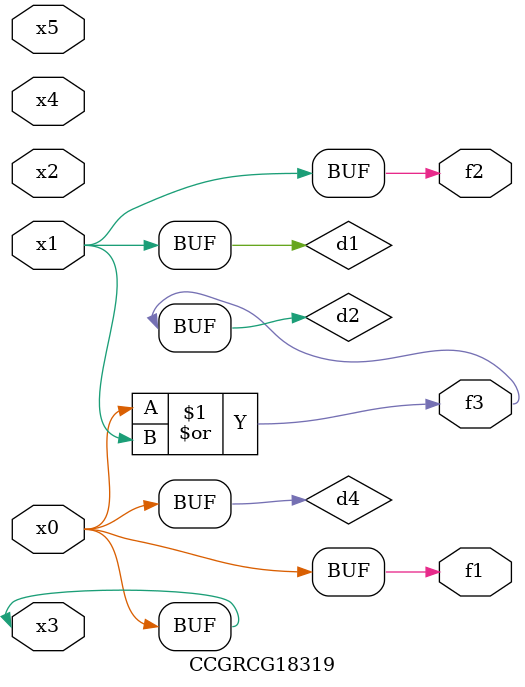
<source format=v>
module CCGRCG18319(
	input x0, x1, x2, x3, x4, x5,
	output f1, f2, f3
);

	wire d1, d2, d3, d4;

	and (d1, x1);
	or (d2, x0, x1);
	nand (d3, x0, x5);
	buf (d4, x0, x3);
	assign f1 = d4;
	assign f2 = d1;
	assign f3 = d2;
endmodule

</source>
